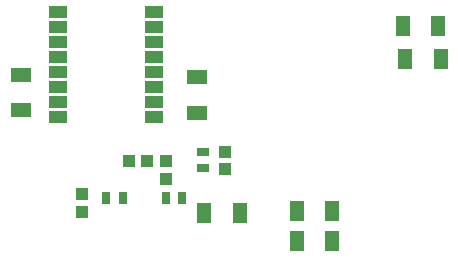
<source format=gtp>
G04*
G04 #@! TF.GenerationSoftware,Altium Limited,Altium Designer,22.8.2 (66)*
G04*
G04 Layer_Color=8421504*
%FSLAX44Y44*%
%MOMM*%
G71*
G04*
G04 #@! TF.SameCoordinates,52C54432-6914-4BE2-A169-96465BD4BA84*
G04*
G04*
G04 #@! TF.FilePolarity,Positive*
G04*
G01*
G75*
%ADD11R,1.5240X1.0160*%
%ADD12R,1.1430X1.7780*%
%ADD13R,1.7780X1.1430*%
%ADD14R,1.0160X0.7620*%
%ADD15R,0.7620X1.0160*%
%ADD16R,1.0160X1.0160*%
%ADD17R,1.0160X1.0160*%
D11*
X1406360Y1225623D02*
D03*
Y1212923D02*
D03*
Y1238577D02*
D03*
Y1187523D02*
D03*
Y1174823D02*
D03*
Y1200477D02*
D03*
Y1149423D02*
D03*
Y1162377D02*
D03*
X1487640Y1225623D02*
D03*
Y1212923D02*
D03*
Y1238577D02*
D03*
Y1187523D02*
D03*
Y1174823D02*
D03*
Y1200477D02*
D03*
Y1149423D02*
D03*
Y1162377D02*
D03*
D12*
X1698000Y1226000D02*
D03*
X1728000D02*
D03*
X1700000Y1198000D02*
D03*
X1730000D02*
D03*
X1560000Y1068000D02*
D03*
X1530000D02*
D03*
X1638140Y1044020D02*
D03*
X1608140D02*
D03*
X1638140Y1069420D02*
D03*
X1608140D02*
D03*
D13*
X1375000Y1155000D02*
D03*
Y1185000D02*
D03*
X1524000Y1153000D02*
D03*
Y1183000D02*
D03*
D14*
X1529000Y1106000D02*
D03*
Y1120000D02*
D03*
D15*
X1461000Y1081000D02*
D03*
X1447000D02*
D03*
X1511000D02*
D03*
X1497000D02*
D03*
D16*
X1547000Y1105000D02*
D03*
Y1120000D02*
D03*
X1426000Y1069000D02*
D03*
Y1084000D02*
D03*
X1497000Y1112000D02*
D03*
Y1097000D02*
D03*
D17*
X1466000Y1112000D02*
D03*
X1481000D02*
D03*
M02*

</source>
